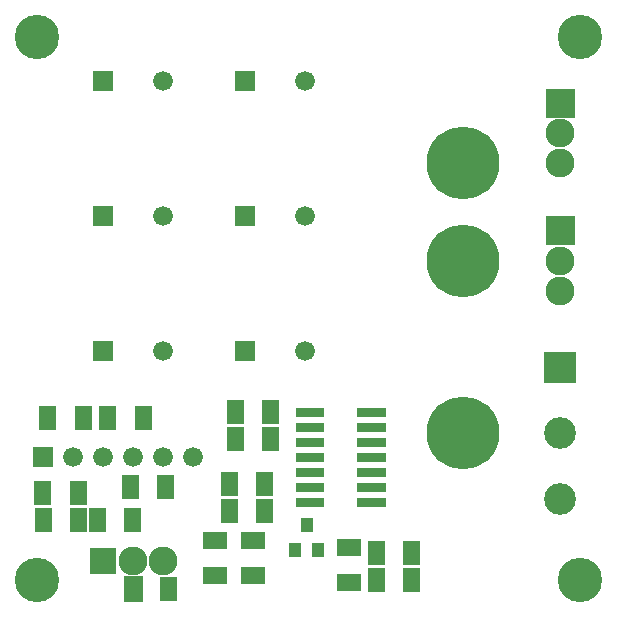
<source format=gbs>
G04 start of page 6 for group -4062 idx -4062 *
G04 Title: Motor regeling, soldermask *
G04 Creator: pcb 20140316 *
G04 CreationDate: Sun 28 Feb 2016 01:10:26 PM GMT UTC *
G04 For: thba *
G04 Format: Gerber/RS-274X *
G04 PCB-Dimensions (mil): 1970.00 1970.00 *
G04 PCB-Coordinate-Origin: lower left *
%MOIN*%
%FSLAX25Y25*%
%LNBOTTOMMASK*%
%ADD72R,0.0622X0.0622*%
%ADD71R,0.0572X0.0572*%
%ADD70R,0.0300X0.0300*%
%ADD69R,0.0400X0.0400*%
%ADD68C,0.2422*%
%ADD67C,0.1479*%
%ADD66C,0.0660*%
%ADD65C,0.1060*%
%ADD64C,0.0960*%
%ADD63C,0.0001*%
G54D63*G36*
X177700Y129300D02*Y119700D01*
X187300D01*
Y129300D01*
X177700D01*
G37*
G36*
Y171800D02*Y162200D01*
X187300D01*
Y171800D01*
X177700D01*
G37*
G54D64*X182500Y157000D03*
Y147000D03*
Y114500D03*
Y104500D03*
G54D63*G36*
X177200Y84200D02*Y73600D01*
X187800D01*
Y84200D01*
X177200D01*
G37*
G54D65*X182500Y57000D03*
Y35100D03*
G54D63*G36*
X26700Y177800D02*Y171200D01*
X33300D01*
Y177800D01*
X26700D01*
G37*
G36*
Y132800D02*Y126200D01*
X33300D01*
Y132800D01*
X26700D01*
G37*
G54D66*X50000Y174500D03*
G54D63*G36*
X74200Y132800D02*Y126200D01*
X80800D01*
Y132800D01*
X74200D01*
G37*
G54D66*X50000Y129500D03*
X97500D03*
G54D63*G36*
X74200Y177800D02*Y171200D01*
X80800D01*
Y177800D01*
X74200D01*
G37*
G54D66*X97500Y174500D03*
G54D63*G36*
X74200Y87800D02*Y81200D01*
X80800D01*
Y87800D01*
X74200D01*
G37*
G54D66*X97500Y84500D03*
X50000D03*
G54D63*G36*
X26700Y87800D02*Y81200D01*
X33300D01*
Y87800D01*
X26700D01*
G37*
G36*
X25700Y18800D02*Y10200D01*
X34300D01*
Y18800D01*
X25700D01*
G37*
G54D64*X40000Y14500D03*
X50000D03*
G54D63*G36*
X6700Y52300D02*Y45700D01*
X13300D01*
Y52300D01*
X6700D01*
G37*
G54D66*X20000Y49000D03*
X30000D03*
X40000D03*
X50000D03*
X60000D03*
G54D67*X8000Y8000D03*
Y189000D03*
X189000D03*
Y8000D03*
G54D68*X150000Y57000D03*
Y114500D03*
Y147000D03*
G54D69*X97900Y26595D02*Y25995D01*
G54D70*X116250Y34000D02*X122750D01*
G54D71*X132905Y9181D02*Y6819D01*
X121095Y18181D02*Y15819D01*
X110819Y18905D02*X113181D01*
X132905Y18181D02*Y15819D01*
X121095Y9181D02*Y6819D01*
X110819Y7095D02*X113181D01*
X66319Y9500D02*X68681D01*
X66319Y21310D02*X68681D01*
X78819Y9500D02*X81181D01*
X78819Y21310D02*X81181D01*
G54D69*X101800Y18395D02*Y17795D01*
X94000Y18395D02*Y17795D01*
G54D71*X39095Y40181D02*Y37819D01*
X39905Y29181D02*Y26819D01*
X50905Y40181D02*Y37819D01*
G54D72*X40190Y6181D02*Y3819D01*
G54D71*X52000Y6181D02*Y3819D01*
X11595Y63181D02*Y60819D01*
X23405Y63181D02*Y60819D01*
X31595Y63181D02*Y60819D01*
X43405Y63181D02*Y60819D01*
X74095Y65181D02*Y62819D01*
X85905Y65181D02*Y62819D01*
X21905Y29181D02*Y26819D01*
X10095Y29181D02*Y26819D01*
X28095Y29181D02*Y26819D01*
X10000Y38181D02*Y35819D01*
X21810Y38181D02*Y35819D01*
X72095Y41181D02*Y38819D01*
Y32181D02*Y29819D01*
X74095Y56181D02*Y53819D01*
X83905Y41181D02*Y38819D01*
Y32181D02*Y29819D01*
X85905Y56181D02*Y53819D01*
G54D70*X95750Y34000D02*X102250D01*
X95750Y39000D02*X102250D01*
X95750Y44000D02*X102250D01*
X95750Y49000D02*X102250D01*
X95750Y54000D02*X102250D01*
X95750Y59000D02*X102250D01*
X95750Y64000D02*X102250D01*
X116250D02*X122750D01*
X116250Y59000D02*X122750D01*
X116250Y54000D02*X122750D01*
X116250Y49000D02*X122750D01*
X116250Y44000D02*X122750D01*
X116250Y39000D02*X122750D01*
M02*

</source>
